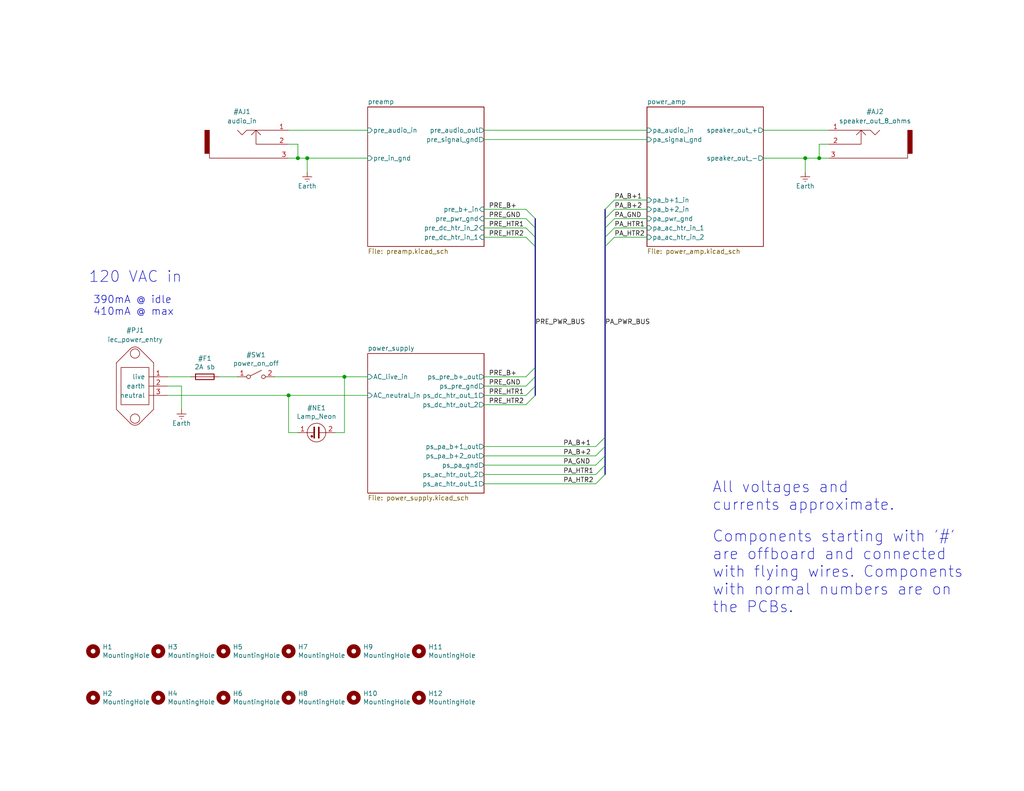
<source format=kicad_sch>
(kicad_sch (version 20211123) (generator eeschema)
  (paper "USLetter")
  (title_block (title "It is the Champion") (date "2022-07-16") (rev "0.1") (comment 1 "creativecommons.org/licenses/by/4.0/") (comment 2 "License: CC by 4.0") (comment 3 "Author: Jordan Aceto"))
  (lib_symbols
    (symbol "Device:Fuse" (pin_numbers hide) (pin_names (offset 0))
      (property "Reference" "F" (at 2.032 0 90))
      (property "Value" "Fuse" (at -1.905 0 90))
      (symbol "Fuse_0_1"
        (rectangle (start -0.762 -2.54) (end 0.762 2.54) (stroke (width 0.254)))
        (polyline (pts (xy 0 2.54) (xy 0 -2.54)))
      )
      (symbol "Fuse_1_1"
        (pin passive line (at 0 3.81 270) (length 1.27) (name "~") (number "1"))
        (pin passive line (at 0 -3.81 90) (length 1.27) (name "~") (number "2"))
      )
    )
    (symbol "Device:Lamp_Neon" (pin_names (offset 0.0254) hide)
      (property "Reference" "NE" (at 0.635 3.81 0))
      (property "Value" "Lamp_Neon" (at 0.635 -3.81 0))
      (symbol "Lamp_Neon_0_1"
        (rectangle (start -1.524 -0.508) (end 1.524 -0.762) (fill (type outline)))
        (rectangle (start -1.524 0.762) (end 1.524 0.508) (fill (type outline)))
        (polyline (pts (xy 0 -2.54) (xy 0 -0.762)))
        (polyline (pts (xy 0 0.762) (xy 0 2.54)))
        (circle (center 0 0) (radius 2.54))
        (circle (center 1.016 -1.27) (radius 0.254) (fill (type outline)))
      )
      (symbol "Lamp_Neon_1_1"
        (pin passive line (at 0 -5.08 90) (length 2.54) (name "~") (number "1"))
        (pin passive line (at 0 5.08 270) (length 2.54) (name "~") (number "2"))
      )
    )
    (symbol "Mechanical:MountingHole" (pin_names (offset 1.016))
      (property "Reference" "H" (at 0 5.08 0))
      (property "Value" "MountingHole" (at 0 3.175 0))
      (symbol "MountingHole_0_1"
        (circle (center 0 0) (radius 1.27) (stroke (width 1.27)))
      )
    )
    (symbol "Switch:SW_SPST" (pin_names (offset 0) hide)
      (property "Reference" "SW" (at 0 3.175 0))
      (property "Value" "SW_SPST" (at 0 -2.54 0))
      (symbol "SW_SPST_0_0"
        (circle (center -2.032 0) (radius 0.508))
        (polyline (pts (xy -1.524 0.254) (xy 1.524 1.778)))
        (circle (center 2.032 0) (radius 0.508))
      )
      (symbol "SW_SPST_1_1"
        (pin passive line (at -5.08 0 0) (length 2.54) (name "A") (number "1"))
        (pin passive line (at 5.08 0 180) (length 2.54) (name "B") (number "2"))
      )
    )
    (symbol "custom_symbols:audio_jack_switch" (pin_names (offset 1.016))
      (property "Reference" "J" (at 0 8.89 0))
      (property "Value" "audio_jack_switch" (at 0 6.35 0))
      (symbol "audio_jack_switch_0_1"
        (rectangle (start -11.43 -2.54) (end -10.16 3.81) (fill (type outline)))
        (polyline (pts (xy 3.81 0) (xy 7.62 0) (xy 7.62 0)))
        (polyline (pts (xy 8.89 -3.81) (xy -10.16 -3.81) (xy -10.16 -2.54)))
        (polyline (pts (xy 0 3.81) (xy -1.27 2.54) (xy -2.54 3.81) (xy -2.54 3.81)))
        (polyline (pts (xy 0 3.81) (xy 7.62 3.81) (xy 7.62 3.81) (xy 7.62 3.81)))
        (polyline (pts (xy 1.27 2.54) (xy 2.54 3.81) (xy 3.81 2.54) (xy 3.81 2.54)))
        (polyline (pts (xy 3.81 0) (xy 2.54 0) (xy 2.54 3.81) (xy 2.54 2.54)))
      )
      (symbol "audio_jack_switch_1_1"
        (pin passive line (at 11.43 3.81 180) (length 3.81) (name "~") (number "1"))
        (pin passive line (at 11.43 0 180) (length 3.81) (name "~") (number "2"))
        (pin passive line (at 11.43 -3.81 180) (length 2.54) (name "~") (number "3"))
      )
    )
    (symbol "custom_symbols:iec_power_entry" (pin_names (offset 1.016))
      (property "Reference" "J" (at 0 7.62 0))
      (property "Value" "iec_power_entry" (at 0 6.35 0))
      (symbol "iec_power_entry_0_1"
        (arc (start -10.16 1.27) (mid -10.6861 0) (end -10.16 -1.27))
        (circle (center -8.89 0) (radius 1.27))
        (polyline (pts (xy -6.35 -5.08) (xy -10.16 -1.27)))
        (polyline (pts (xy -6.35 5.08) (xy -10.16 1.27)))
        (polyline (pts (xy -6.35 -5.08) (xy 6.35 -5.08) (xy 10.16 -1.27)))
        (polyline (pts (xy -6.35 5.08) (xy 6.35 5.08) (xy 10.16 1.27)))
        (rectangle (start 5.08 3.81) (end -5.08 -3.81))
        (circle (center 8.89 0) (radius 1.27))
        (arc (start 10.16 -1.27) (mid 10.6861 0) (end 10.16 1.27))
      )
      (symbol "iec_power_entry_1_1"
        (pin passive line (at -2.54 -8.89 90) (length 5.08) (name "live") (number "1"))
        (pin passive line (at 0 -8.89 90) (length 5.08) (name "earth") (number "2"))
        (pin passive line (at 2.54 -8.89 90) (length 5.08) (name "neutral") (number "3"))
      )
    )
    (symbol "power:Earth" (power) (pin_names (offset 0))
      (symbol "Earth_0_1"
        (polyline (pts (xy -0.635 -1.905) (xy 0.635 -1.905)))
        (polyline (pts (xy -0.127 -2.54) (xy 0.127 -2.54)))
        (polyline (pts (xy 0 -1.27) (xy 0 0)))
        (polyline (pts (xy 1.27 -1.27) (xy -1.27 -1.27)))
      )
      (symbol "Earth_1_1"
        (pin power_in line (at 0 0 270) (length 0) hide (name "Earth") (number "1"))
      )
    )
  )
  (junction (at 223.52 43.18))
  (junction (at 83.82 43.18))
  (junction (at 219.71 43.18))
  (junction (at 78.74 107.95))
  (junction (at 81.28 43.18))
  (junction (at 93.98 102.87))
  (bus_entry (at 143.51 64.77) (size 2.54 2.54))
  (bus_entry (at 143.51 62.23) (size 2.54 2.54))
  (bus_entry (at 143.51 107.95) (size 2.54 -2.54))
  (bus_entry (at 143.51 110.49) (size 2.54 -2.54))
  (bus_entry (at 143.51 105.41) (size 2.54 -2.54))
  (bus_entry (at 143.51 102.87) (size 2.54 -2.54))
  (bus_entry (at 143.51 59.69) (size 2.54 2.54))
  (bus_entry (at 143.51 57.15) (size 2.54 2.54))
  (bus_entry (at 165.1 62.23) (size 2.54 -2.54))
  (bus_entry (at 165.1 59.69) (size 2.54 -2.54))
  (bus_entry (at 165.1 57.15) (size 2.54 -2.54))
  (bus_entry (at 165.1 67.31) (size 2.54 -2.54))
  (bus_entry (at 165.1 64.77) (size 2.54 -2.54))
  (bus_entry (at 162.56 121.92) (size 2.54 -2.54))
  (bus_entry (at 162.56 124.46) (size 2.54 -2.54))
  (bus_entry (at 162.56 127) (size 2.54 -2.54))
  (bus_entry (at 162.56 129.54) (size 2.54 -2.54))
  (bus_entry (at 162.56 132.08) (size 2.54 -2.54))
  (wire (pts (xy 59.69 102.87) (xy 64.77 102.87)))
  (wire (pts (xy 132.08 64.77) (xy 143.51 64.77)))
  (wire (pts (xy 132.08 62.23) (xy 143.51 62.23)))
  (wire (pts (xy 132.08 110.49) (xy 143.51 110.49)))
  (bus (pts (xy 146.05 67.31) (xy 146.05 100.33)))
  (wire (pts (xy 223.52 43.18) (xy 226.06 43.18)))
  (wire (pts (xy 132.08 129.54) (xy 162.56 129.54)))
  (wire (pts (xy 132.08 132.08) (xy 162.56 132.08)))
  (wire (pts (xy 81.28 39.37) (xy 81.28 43.18)))
  (wire (pts (xy 132.08 57.15) (xy 143.51 57.15)))
  (bus (pts (xy 146.05 105.41) (xy 146.05 107.95)))
  (wire (pts (xy 81.28 118.11) (xy 78.74 118.11)))
  (wire (pts (xy 81.28 43.18) (xy 78.74 43.18)))
  (wire (pts (xy 78.74 107.95) (xy 78.74 118.11)))
  (bus (pts (xy 146.05 62.23) (xy 146.05 64.77)))
  (wire (pts (xy 78.74 35.56) (xy 100.33 35.56)))
  (wire (pts (xy 132.08 102.87) (xy 143.51 102.87)))
  (wire (pts (xy 132.08 59.69) (xy 143.51 59.69)))
  (wire (pts (xy 132.08 35.56) (xy 176.53 35.56)))
  (wire (pts (xy 132.08 127) (xy 162.56 127)))
  (wire (pts (xy 132.08 121.92) (xy 162.56 121.92)))
  (bus (pts (xy 165.1 127) (xy 165.1 129.54)))
  (wire (pts (xy 49.53 111.76) (xy 49.53 105.41)))
  (wire (pts (xy 219.71 46.99) (xy 219.71 43.18)))
  (wire (pts (xy 219.71 43.18) (xy 223.52 43.18)))
  (wire (pts (xy 167.64 57.15) (xy 176.53 57.15)))
  (wire (pts (xy 74.93 102.87) (xy 93.98 102.87)))
  (wire (pts (xy 132.08 105.41) (xy 143.51 105.41)))
  (wire (pts (xy 167.64 59.69) (xy 176.53 59.69)))
  (wire (pts (xy 226.06 39.37) (xy 223.52 39.37)))
  (wire (pts (xy 81.28 43.18) (xy 83.82 43.18)))
  (bus (pts (xy 165.1 62.23) (xy 165.1 64.77)))
  (wire (pts (xy 223.52 39.37) (xy 223.52 43.18)))
  (bus (pts (xy 165.1 64.77) (xy 165.1 67.31)))
  (bus (pts (xy 165.1 121.92) (xy 165.1 124.46)))
  (wire (pts (xy 208.28 35.56) (xy 226.06 35.56)))
  (wire (pts (xy 83.82 46.99) (xy 83.82 43.18)))
  (wire (pts (xy 132.08 107.95) (xy 143.51 107.95)))
  (wire (pts (xy 91.44 118.11) (xy 93.98 118.11)))
  (wire (pts (xy 219.71 43.18) (xy 208.28 43.18)))
  (bus (pts (xy 165.1 119.38) (xy 165.1 121.92)))
  (bus (pts (xy 165.1 67.31) (xy 165.1 119.38)))
  (bus (pts (xy 146.05 59.69) (xy 146.05 62.23)))
  (wire (pts (xy 167.64 54.61) (xy 176.53 54.61)))
  (bus (pts (xy 165.1 57.15) (xy 165.1 59.69)))
  (bus (pts (xy 146.05 102.87) (xy 146.05 105.41)))
  (wire (pts (xy 49.53 105.41) (xy 45.72 105.41)))
  (bus (pts (xy 146.05 100.33) (xy 146.05 102.87)))
  (wire (pts (xy 78.74 107.95) (xy 45.72 107.95)))
  (wire (pts (xy 176.53 38.1) (xy 132.08 38.1)))
  (wire (pts (xy 167.64 64.77) (xy 176.53 64.77)))
  (wire (pts (xy 45.72 102.87) (xy 52.07 102.87)))
  (wire (pts (xy 167.64 62.23) (xy 176.53 62.23)))
  (bus (pts (xy 146.05 64.77) (xy 146.05 67.31)))
  (wire (pts (xy 93.98 118.11) (xy 93.98 102.87)))
  (bus (pts (xy 165.1 124.46) (xy 165.1 127)))
  (wire (pts (xy 100.33 107.95) (xy 78.74 107.95)))
  (wire (pts (xy 93.98 102.87) (xy 100.33 102.87)))
  (wire (pts (xy 132.08 124.46) (xy 162.56 124.46)))
  (wire (pts (xy 83.82 43.18) (xy 100.33 43.18)))
  (bus (pts (xy 165.1 59.69) (xy 165.1 62.23)))
  (wire (pts (xy 78.74 39.37) (xy 81.28 39.37)))
  (text "All voltages and \ncurrents approximate." (at 194.31 139.7 0) (effects (font (size 2.9972 2.9972)) (justify left bottom)))
  (text "Components starting with '#'\nare offboard and connected\nwith flying wires. Components\nwith normal numbers are on\nthe PCBs." (at 194.31 167.64 0) (effects (font (size 2.9972 2.9972)) (justify left bottom)))
  (text "120 VAC in" (at 24.13 77.47 0) (effects (font (size 2.9972 2.9972)) (justify left bottom)))
  (text "390mA @ idle\n410mA @ max" (at 25.4 86.36 0) (effects (font (size 2.0066 2.0066)) (justify left bottom)))
  (label "PA_B+2" (at 153.67 124.46 0))
  (label "PA_B+1" (at 153.67 121.92 0))
  (label "PRE_GND" (at 133.35 105.41 0))
  (label "PRE_HTR2" (at 133.35 64.77 0))
  (label "PRE_PWR_BUS" (at 146.05 88.9 0))
  (label "PRE_B+" (at 133.35 102.87 0))
  (label "PRE_HTR1" (at 133.35 107.95 0))
  (label "PA_B+2" (at 167.64 57.15 0))
  (label "PA_PWR_BUS" (at 165.1 88.9 0))
  (label "PRE_HTR1" (at 133.35 62.23 0))
  (label "PA_HTR1" (at 153.67 129.54 0))
  (label "PRE_GND" (at 133.35 59.69 0))
  (label "PA_B+1" (at 167.64 54.61 0))
  (label "PA_HTR2" (at 167.64 64.77 0))
  (label "PA_HTR2" (at 153.67 132.08 0))
  (label "PA_HTR1" (at 167.64 62.23 0))
  (label "PA_GND" (at 153.67 127 0))
  (label "PA_GND" (at 167.64 59.69 0))
  (label "PRE_B+" (at 133.35 57.15 0))
  (label "PRE_HTR2" (at 133.35 110.49 0))
  (symbol (lib_id "Device:Fuse") (at 55.88 102.87 270) (unit 1)
    (property "Reference" "#F1" (at 55.88 97.8662 90))
    (property "Value" "2A sb" (at 55.88 100.1776 90))
  )
  (symbol (lib_id "power:Earth") (at 49.53 111.76 0) (unit 1)
    (property "Reference" "#PWR02" (effects hide))
    (property "Value" "Earth" (at 49.53 115.57 0))
  )
  (symbol (lib_id "power:Earth") (at 83.82 46.99 0) (unit 1)
    (property "Reference" "#PWR0101" (effects hide))
    (property "Value" "Earth" (at 83.82 50.8 0))
  )
  (symbol (lib_id "power:Earth") (at 219.71 46.99 0) (unit 1)
    (property "Reference" "#PWR07" (effects hide))
    (property "Value" "Earth" (at 219.71 50.8 0))
  )
  (symbol (lib_id "Switch:SW_SPST") (at 69.85 102.87 0) (unit 1)
    (property "Reference" "#SW1" (at 69.85 96.901 0))
    (property "Value" "power_on_off" (at 69.85 99.2124 0))
  )
  (symbol (lib_id "Mechanical:MountingHole") (at 60.96 177.8 0) (unit 1) (in_bom no)
    (property "Reference" "H5" (at 63.5 176.6316 0) (effects (justify left)))
    (property "Value" "MountingHole" (at 63.5 178.943 0) (effects (justify left)))
    (property "Footprint" "MountingHole:MountingHole_3.2mm_M3_DIN965_Pad" (effects hide))
  )
  (symbol (lib_id "Mechanical:MountingHole") (at 78.74 177.8 0) (unit 1) (in_bom no)
    (property "Reference" "H7" (at 81.28 176.6316 0) (effects (justify left)))
    (property "Value" "MountingHole" (at 81.28 178.943 0) (effects (justify left)))
    (property "Footprint" "MountingHole:MountingHole_3.2mm_M3_DIN965_Pad" (effects hide))
  )
  (symbol (lib_id "Mechanical:MountingHole") (at 60.96 190.5 0) (unit 1) (in_bom no)
    (property "Reference" "H6" (at 63.5 189.3316 0) (effects (justify left)))
    (property "Value" "MountingHole" (at 63.5 191.643 0) (effects (justify left)))
    (property "Footprint" "MountingHole:MountingHole_3.2mm_M3_DIN965_Pad" (effects hide))
  )
  (symbol (lib_id "Mechanical:MountingHole") (at 78.74 190.5 0) (unit 1) (in_bom no)
    (property "Reference" "H8" (at 81.28 189.3316 0) (effects (justify left)))
    (property "Value" "MountingHole" (at 81.28 191.643 0) (effects (justify left)))
    (property "Footprint" "MountingHole:MountingHole_3.2mm_M3_DIN965_Pad" (effects hide))
  )
  (symbol (lib_id "Mechanical:MountingHole") (at 96.52 177.8 0) (unit 1) (in_bom no)
    (property "Reference" "H9" (at 99.06 176.6316 0) (effects (justify left)))
    (property "Value" "MountingHole" (at 99.06 178.943 0) (effects (justify left)))
    (property "Footprint" "MountingHole:MountingHole_3.2mm_M3_DIN965_Pad" (effects hide))
  )
  (symbol (lib_id "Mechanical:MountingHole") (at 114.3 177.8 0) (unit 1) (in_bom no)
    (property "Reference" "H11" (at 116.84 176.6316 0) (effects (justify left)))
    (property "Value" "MountingHole" (at 116.84 178.943 0) (effects (justify left)))
    (property "Footprint" "MountingHole:MountingHole_3.2mm_M3_DIN965_Pad" (effects hide))
  )
  (symbol (lib_id "Mechanical:MountingHole") (at 96.52 190.5 0) (unit 1) (in_bom no)
    (property "Reference" "H10" (at 99.06 189.3316 0) (effects (justify left)))
    (property "Value" "MountingHole" (at 99.06 191.643 0) (effects (justify left)))
    (property "Footprint" "MountingHole:MountingHole_3.2mm_M3_DIN965_Pad" (effects hide))
  )
  (symbol (lib_id "Mechanical:MountingHole") (at 114.3 190.5 0) (unit 1) (in_bom no)
    (property "Reference" "H12" (at 116.84 189.3316 0) (effects (justify left)))
    (property "Value" "MountingHole" (at 116.84 191.643 0) (effects (justify left)))
    (property "Footprint" "MountingHole:MountingHole_3.2mm_M3_DIN965_Pad" (effects hide))
  )
  (symbol (lib_id "Mechanical:MountingHole") (at 25.4 177.8 0) (unit 1) (in_bom no)
    (property "Reference" "H1" (at 27.94 176.6316 0) (effects (justify left)))
    (property "Value" "MountingHole" (at 27.94 178.943 0) (effects (justify left)))
    (property "Footprint" "MountingHole:MountingHole_3.2mm_M3_DIN965_Pad" (effects hide))
  )
  (symbol (lib_id "Mechanical:MountingHole") (at 43.18 177.8 0) (unit 1) (in_bom no)
    (property "Reference" "H3" (at 45.72 176.6316 0) (effects (justify left)))
    (property "Value" "MountingHole" (at 45.72 178.943 0) (effects (justify left)))
    (property "Footprint" "MountingHole:MountingHole_3.2mm_M3_DIN965_Pad" (effects hide))
  )
  (symbol (lib_id "Mechanical:MountingHole") (at 25.4 190.5 0) (unit 1) (in_bom no)
    (property "Reference" "H2" (at 27.94 189.3316 0) (effects (justify left)))
    (property "Value" "MountingHole" (at 27.94 191.643 0) (effects (justify left)))
    (property "Footprint" "MountingHole:MountingHole_3.2mm_M3_DIN965_Pad" (effects hide))
  )
  (symbol (lib_id "Mechanical:MountingHole") (at 43.18 190.5 0) (unit 1) (in_bom no)
    (property "Reference" "H4" (at 45.72 189.3316 0) (effects (justify left)))
    (property "Value" "MountingHole" (at 45.72 191.643 0) (effects (justify left)))
    (property "Footprint" "MountingHole:MountingHole_3.2mm_M3_DIN965_Pad" (effects hide))
  )
  (symbol (lib_id "Device:Lamp_Neon") (at 86.36 118.11 270) (unit 1)
    (property "Reference" "#NE1" (at 86.36 111.379 90))
    (property "Value" "Lamp_Neon" (at 86.36 113.6904 90))
  )
  (symbol (lib_id "custom_symbols:audio_jack_switch") (at 67.31 39.37 0) (unit 1)
    (property "Reference" "#AJ1" (at 66.04 30.48 0))
    (property "Value" "audio_in" (at 66.04 33.02 0))
  )
  (symbol (lib_id "custom_symbols:audio_jack_switch") (at 237.49 39.37 0) (mirror y) (unit 1)
    (property "Reference" "#AJ2" (at 238.76 30.48 0))
    (property "Value" "speaker_out_8_ohms" (at 238.76 33.02 0))
  )
  (symbol (lib_id "custom_symbols:iec_power_entry") (at 36.83 105.41 90) (mirror x) (unit 1)
    (property "Reference" "#PJ1" (at 39.37 90.17 90) (effects (justify left)))
    (property "Value" "iec_power_entry" (at 44.45 92.71 90) (effects (justify left)))
  )
  (sheet (at 100.33 29.21) (size 31.75 38.1)
    (property "Sheet name" "preamp" (at 100.33 28.4984 0) (effects (justify left bottom)))
    (property "Sheet file" "preamp.kicad_sch" (at 100.33 67.8946 0) (effects (justify left top)))
    (pin "pre_dc_htr_in_2" input (at 132.08 62.23 0))
    (pin "pre_dc_htr_in_1" input (at 132.08 64.77 0))
    (pin "pre_b+_in" input (at 132.08 57.15 0))
    (pin "pre_audio_in" input (at 100.33 35.56 180))
    (pin "pre_audio_out" output (at 132.08 35.56 0))
    (pin "pre_in_gnd" input (at 100.33 43.18 180))
    (pin "pre_pwr_gnd" input (at 132.08 59.69 0))
    (pin "pre_signal_gnd" output (at 132.08 38.1 0))
  )
  (sheet (at 176.53 29.21) (size 31.75 38.1)
    (property "Sheet name" "power_amp" (at 176.53 28.4984 0) (effects (justify left bottom)))
    (property "Sheet file" "power_amp.kicad_sch" (at 176.53 67.8946 0) (effects (justify left top)))
    (pin "speaker_out_+" output (at 208.28 35.56 0))
    (pin "speaker_out_-" output (at 208.28 43.18 0))
    (pin "pa_b+1_in" input (at 176.53 54.61 180))
    (pin "pa_b+2_in" input (at 176.53 57.15 180))
    (pin "pa_audio_in" input (at 176.53 35.56 180))
    (pin "pa_pwr_gnd" input (at 176.53 59.69 180))
    (pin "pa_signal_gnd" input (at 176.53 38.1 180))
    (pin "pa_ac_htr_in_1" input (at 176.53 62.23 180))
    (pin "pa_ac_htr_in_2" input (at 176.53 64.77 180))
  )
  (sheet (at 100.33 96.52) (size 31.75 38.1)
    (property "Sheet name" "power_supply" (at 100.33 95.8084 0) (effects (justify left bottom)))
    (property "Sheet file" "power_supply.kicad_sch" (at 100.33 135.2046 0) (effects (justify left top)))
    (pin "AC_live_in" input (at 100.33 102.87 180))
    (pin "AC_neutral_in" input (at 100.33 107.95 180))
    (pin "ps_pre_b+_out" output (at 132.08 102.87 0))
    (pin "ps_pre_gnd" output (at 132.08 105.41 0))
    (pin "ps_pa_gnd" output (at 132.08 127 0))
    (pin "ps_pa_b+1_out" output (at 132.08 121.92 0))
    (pin "ps_pa_b+2_out" output (at 132.08 124.46 0))
    (pin "ps_dc_htr_out_1" output (at 132.08 107.95 0))
    (pin "ps_dc_htr_out_2" output (at 132.08 110.49 0))
    (pin "ps_ac_htr_out_2" output (at 132.08 129.54 0))
    (pin "ps_ac_htr_out_1" output (at 132.08 132.08 0))
  )
)
</source>
